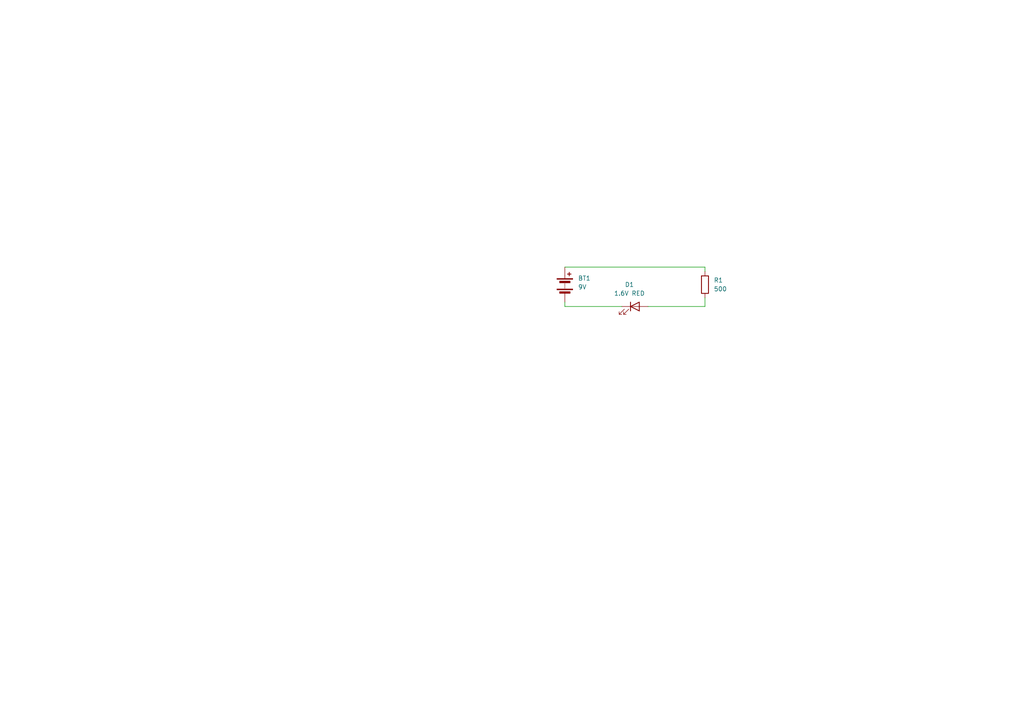
<source format=kicad_sch>
(kicad_sch (version 20231120) (generator "eeschema") (generator_version "8.0")
  (paper "A4")
  (lib_symbols
    (symbol "Device:Battery" (pin_numbers hide) (pin_names (offset 0) hide)
      (property "Reference" "BT" (at 2.54 2.54 0))
      (property "Value" "Battery" (at 2.54 0 0))
      (symbol "Battery_0_1"
        (rectangle (start -2.286 -1.27) (end 2.286 -1.524) (fill (type outline)))
        (rectangle (start -2.286 1.778) (end 2.286 1.524) (fill (type outline)))
        (rectangle (start -1.524 -2.032) (end 1.524 -2.54) (fill (type outline)))
        (rectangle (start -1.524 1.016) (end 1.524 0.508) (fill (type outline)))
        (polyline (pts (xy 0 -1.016) (xy 0 -0.762)))
        (polyline (pts (xy 0 -0.508) (xy 0 -0.254)))
        (polyline (pts (xy 0 0) (xy 0 0.254)))
        (polyline (pts (xy 0 1.778) (xy 0 2.54)))
        (polyline (pts (xy 0.762 3.048) (xy 1.778 3.048)) (stroke (width 0.254)))
        (polyline (pts (xy 1.27 3.556) (xy 1.27 2.54)) (stroke (width 0.254)))
      )
      (symbol "Battery_1_1"
        (pin passive line (at 0 5.08 270) (length 2.54) (name "+") (number "1"))
        (pin passive line (at 0 -5.08 90) (length 2.54) (name "-") (number "2"))
      )
    )
    (symbol "Device:LED" (pin_numbers hide) (pin_names (offset 1.016) hide)
      (property "Reference" "D" (at 0 2.54 0))
      (property "Value" "LED" (at 0 -2.54 0))
      (symbol "LED_0_1"
        (polyline (pts (xy -1.27 -1.27) (xy -1.27 1.27)) (stroke (width 0.254)))
        (polyline (pts (xy -1.27 0) (xy 1.27 0)))
        (polyline (pts (xy 1.27 -1.27) (xy 1.27 1.27) (xy -1.27 0) (xy 1.27 -1.27)) (stroke (width 0.254)))
        (polyline (pts (xy -3.048 -0.762) (xy -4.572 -2.286) (xy -3.81 -2.286) (xy -4.572 -2.286) (xy -4.572 -1.524)))
        (polyline (pts (xy -1.778 -0.762) (xy -3.302 -2.286) (xy -2.54 -2.286) (xy -3.302 -2.286) (xy -3.302 -1.524)))
      )
      (symbol "LED_1_1"
        (pin passive line (at -3.81 0 0) (length 2.54) (name "K") (number "1"))
        (pin passive line (at 3.81 0 180) (length 2.54) (name "A") (number "2"))
      )
    )
    (symbol "Device:R" (pin_numbers hide) (pin_names (offset 0))
      (property "Reference" "R" (at 2.032 0 90))
      (property "Value" "R" (at 0 0 90))
      (symbol "R_0_1"
        (rectangle (start -1.016 -2.54) (end 1.016 2.54) (stroke (width 0.254)))
      )
      (symbol "R_1_1"
        (pin passive line (at 0 3.81 270) (length 1.27) (name "~") (number "1"))
        (pin passive line (at 0 -3.81 90) (length 1.27) (name "~") (number "2"))
      )
    )
  )
  (wire (pts (xy 204.47 77.47) (xy 204.47 78.74)))
  (wire (pts (xy 163.83 77.47) (xy 204.47 77.47)))
  (wire (pts (xy 204.47 88.9) (xy 187.96 88.9)))
  (wire (pts (xy 180.34 88.9) (xy 163.83 88.9)))
  (wire (pts (xy 204.47 86.36) (xy 204.47 88.9)))
  (wire (pts (xy 163.83 88.9) (xy 163.83 87.63)))
  (symbol (lib_id "Device:R") (at 204.47 82.55 0) (unit 1)
    (property "Reference" "R1" (at 207.01 81.2799 0) (effects (justify left)))
    (property "Value" "500" (at 207.01 83.8199 0) (effects (justify left)))
    (property "Footprint" "Resistor_THT:R_Axial_DIN0207_L6.3mm_D2.5mm_P10.16mm_Horizontal" (effects (hide yes)))
    (property "Description" "Resistor" (effects (hide yes)))
  )
  (symbol (lib_id "Device:LED") (at 184.15 88.9 0) (unit 1)
    (property "Reference" "D1" (at 182.5625 82.55 0))
    (property "Value" "1.6V RED" (at 182.5625 85.09 0))
    (property "Footprint" "LED_THT:LED_D5.0mm" (effects (hide yes)))
    (property "Description" "Light emitting diode" (effects (hide yes)))
  )
  (symbol (lib_id "Device:Battery") (at 163.83 82.55 0) (unit 1)
    (property "Reference" "BT1" (at 167.64 80.7084 0) (effects (justify left)))
    (property "Value" "9V" (at 167.64 83.2484 0) (effects (justify left)))
    (property "Footprint" "Battery:BatteryHolder_Keystone_103_1x20mm" (effects (hide yes)))
    (property "Description" "Multiple-cell battery" (effects (hide yes)))
  )
)
</source>
